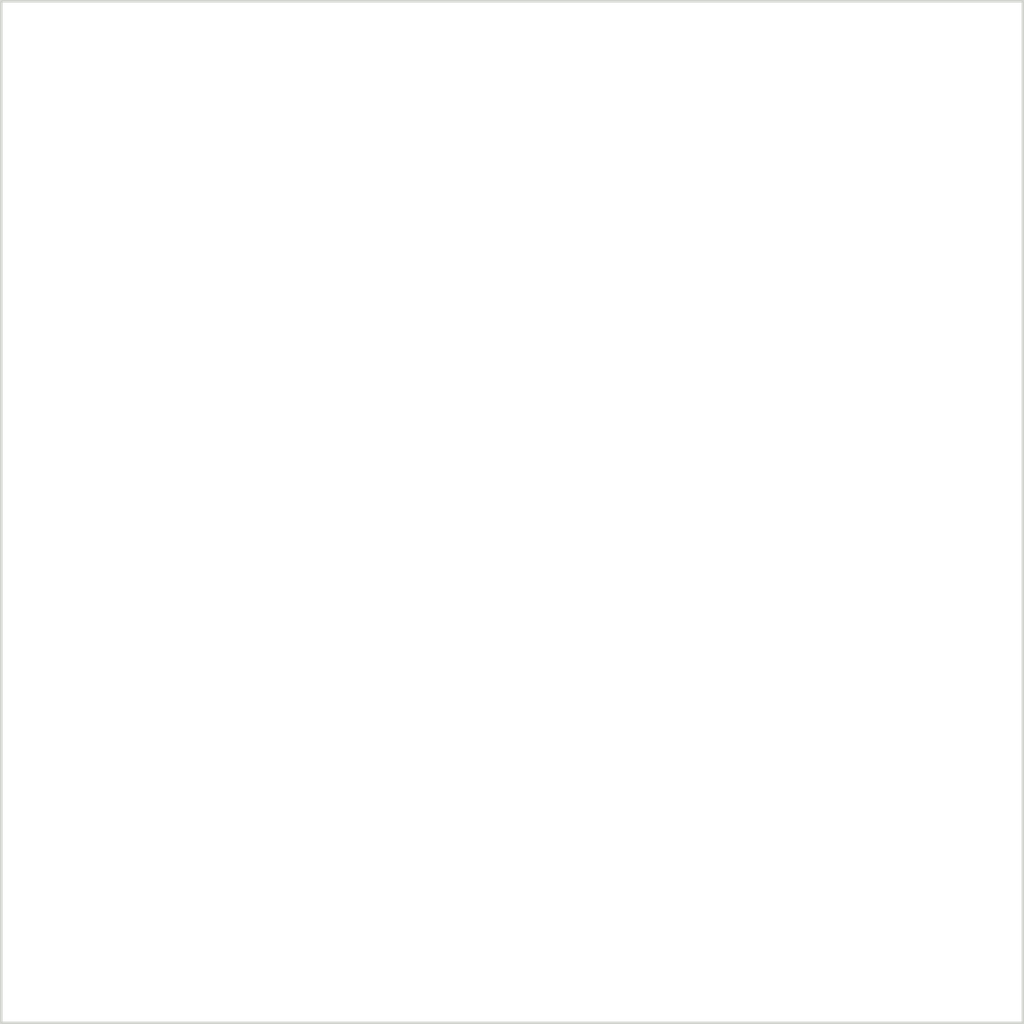
<source format=kicad_pcb>
(kicad_pcb (version 20171130) (host pcbnew "(5.0.1-3-g963ef8bb5)")

  (general
    (thickness 1.6)
    (drawings 4)
    (tracks 0)
    (zones 0)
    (modules 0)
    (nets 1)
  )

  (page A4)
  (layers
    (0 F.Cu signal)
    (31 B.Cu signal)
    (32 B.Adhes user)
    (33 F.Adhes user)
    (34 B.Paste user)
    (35 F.Paste user)
    (36 B.SilkS user)
    (37 F.SilkS user)
    (38 B.Mask user)
    (39 F.Mask user)
    (40 Dwgs.User user)
    (41 Cmts.User user)
    (42 Eco1.User user)
    (43 Eco2.User user)
    (44 Edge.Cuts user)
    (45 Margin user)
    (46 B.CrtYd user)
    (47 F.CrtYd user)
    (48 B.Fab user)
    (49 F.Fab user)
  )

  (setup
    (last_trace_width 0.25)
    (trace_clearance 0.2)
    (zone_clearance 0.508)
    (zone_45_only no)
    (trace_min 0.2)
    (segment_width 0.2)
    (edge_width 0.15)
    (via_size 0.8)
    (via_drill 0.4)
    (via_min_size 0.4)
    (via_min_drill 0.3)
    (uvia_size 0.3)
    (uvia_drill 0.1)
    (uvias_allowed no)
    (uvia_min_size 0.2)
    (uvia_min_drill 0.1)
    (pcb_text_width 0.3)
    (pcb_text_size 1.5 1.5)
    (mod_edge_width 0.15)
    (mod_text_size 1 1)
    (mod_text_width 0.15)
    (pad_size 1.524 1.524)
    (pad_drill 0.762)
    (pad_to_mask_clearance 0.051)
    (solder_mask_min_width 0.25)
    (aux_axis_origin 0 0)
    (visible_elements FFFFFF7F)
    (pcbplotparams
      (layerselection 0x010fc_ffffffff)
      (usegerberextensions false)
      (usegerberattributes false)
      (usegerberadvancedattributes false)
      (creategerberjobfile false)
      (excludeedgelayer true)
      (linewidth 0.100000)
      (plotframeref false)
      (viasonmask false)
      (mode 1)
      (useauxorigin false)
      (hpglpennumber 1)
      (hpglpenspeed 20)
      (hpglpendiameter 15.000000)
      (psnegative false)
      (psa4output false)
      (plotreference true)
      (plotvalue true)
      (plotinvisibletext false)
      (padsonsilk false)
      (subtractmaskfromsilk false)
      (outputformat 1)
      (mirror false)
      (drillshape 1)
      (scaleselection 1)
      (outputdirectory ""))
  )

  (net 0 "")

  (net_class Default "This is the default net class."
    (clearance 0.2)
    (trace_width 0.25)
    (via_dia 0.8)
    (via_drill 0.4)
    (uvia_dia 0.3)
    (uvia_drill 0.1)
  )

  (gr_line (start 65 130) (end 65 50) (layer Edge.Cuts) (width 0.2))
  (gr_line (start 145 130) (end 65 130) (layer Edge.Cuts) (width 0.2))
  (gr_line (start 145 50) (end 145 130) (layer Edge.Cuts) (width 0.2))
  (gr_line (start 65 50) (end 145 50) (layer Edge.Cuts) (width 0.2))

)

</source>
